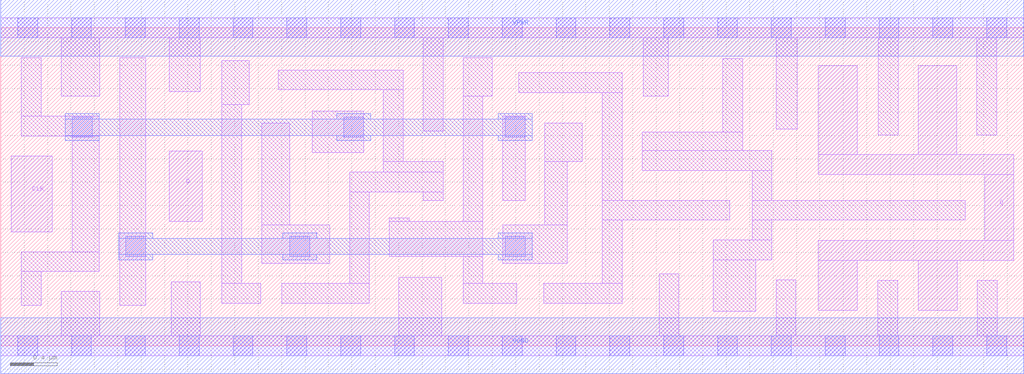
<source format=lef>
# Copyright 2020 The SkyWater PDK Authors
#
# Licensed under the Apache License, Version 2.0 (the "License");
# you may not use this file except in compliance with the License.
# You may obtain a copy of the License at
#
#     https://www.apache.org/licenses/LICENSE-2.0
#
# Unless required by applicable law or agreed to in writing, software
# distributed under the License is distributed on an "AS IS" BASIS,
# WITHOUT WARRANTIES OR CONDITIONS OF ANY KIND, either express or implied.
# See the License for the specific language governing permissions and
# limitations under the License.
#
# SPDX-License-Identifier: Apache-2.0

VERSION 5.7 ;
  NAMESCASESENSITIVE ON ;
  NOWIREEXTENSIONATPIN ON ;
  DIVIDERCHAR "/" ;
  BUSBITCHARS "[]" ;
UNITS
  DATABASE MICRONS 200 ;
END UNITS
MACRO sky130_fd_sc_hd__dfxtp_4
  CLASS CORE ;
  SOURCE USER ;
  FOREIGN sky130_fd_sc_hd__dfxtp_4 ;
  ORIGIN  0.000000  0.000000 ;
  SIZE  8.740000 BY  2.720000 ;
  SYMMETRY X Y R90 ;
  SITE unithd ;
  PIN D
    ANTENNAGATEAREA  0.126000 ;
    DIRECTION INPUT ;
    USE SIGNAL ;
    PORT
      LAYER li1 ;
        RECT 1.440000 1.065000 1.720000 1.665000 ;
    END
  END D
  PIN Q
    ANTENNADIFFAREA  0.891000 ;
    DIRECTION OUTPUT ;
    USE SIGNAL ;
    PORT
      LAYER li1 ;
        RECT 6.985000 0.305000 7.320000 0.730000 ;
        RECT 6.985000 0.730000 8.655000 0.900000 ;
        RECT 6.985000 1.465000 8.655000 1.635000 ;
        RECT 6.985000 1.635000 7.320000 2.395000 ;
        RECT 7.840000 0.305000 8.175000 0.730000 ;
        RECT 7.840000 1.635000 8.170000 2.395000 ;
        RECT 8.410000 0.900000 8.655000 1.465000 ;
    END
  END Q
  PIN CLK
    ANTENNAGATEAREA  0.159000 ;
    DIRECTION INPUT ;
    USE CLOCK ;
    PORT
      LAYER li1 ;
        RECT 0.090000 0.975000 0.440000 1.625000 ;
    END
  END CLK
  PIN VGND
    DIRECTION INOUT ;
    SHAPE ABUTMENT ;
    USE GROUND ;
    PORT
      LAYER met1 ;
        RECT 0.000000 -0.240000 8.740000 0.240000 ;
    END
  END VGND
  PIN VPWR
    DIRECTION INOUT ;
    SHAPE ABUTMENT ;
    USE POWER ;
    PORT
      LAYER met1 ;
        RECT 0.000000 2.480000 8.740000 2.960000 ;
    END
  END VPWR
  OBS
    LAYER li1 ;
      RECT 0.000000 -0.085000 8.740000 0.085000 ;
      RECT 0.000000  2.635000 8.740000 2.805000 ;
      RECT 0.175000  0.345000 0.345000 0.635000 ;
      RECT 0.175000  0.635000 0.840000 0.805000 ;
      RECT 0.175000  1.795000 0.840000 1.965000 ;
      RECT 0.175000  1.965000 0.345000 2.465000 ;
      RECT 0.515000  0.085000 0.845000 0.465000 ;
      RECT 0.515000  2.135000 0.845000 2.635000 ;
      RECT 0.610000  0.805000 0.840000 1.795000 ;
      RECT 1.015000  0.345000 1.240000 2.465000 ;
      RECT 1.440000  2.175000 1.705000 2.635000 ;
      RECT 1.455000  0.085000 1.705000 0.545000 ;
      RECT 1.890000  0.365000 2.220000 0.535000 ;
      RECT 1.890000  0.535000 2.060000 2.065000 ;
      RECT 1.890000  2.065000 2.125000 2.440000 ;
      RECT 2.230000  0.705000 2.810000 1.035000 ;
      RECT 2.230000  1.035000 2.470000 1.905000 ;
      RECT 2.370000  2.190000 3.440000 2.360000 ;
      RECT 2.400000  0.365000 3.150000 0.535000 ;
      RECT 2.660000  1.655000 3.100000 2.010000 ;
      RECT 2.980000  0.535000 3.150000 1.315000 ;
      RECT 2.980000  1.315000 3.780000 1.485000 ;
      RECT 3.270000  1.485000 3.780000 1.575000 ;
      RECT 3.270000  1.575000 3.440000 2.190000 ;
      RECT 3.320000  0.765000 4.120000 1.065000 ;
      RECT 3.320000  1.065000 3.490000 1.095000 ;
      RECT 3.400000  0.085000 3.770000 0.585000 ;
      RECT 3.610000  1.245000 3.780000 1.315000 ;
      RECT 3.610000  1.835000 3.780000 2.635000 ;
      RECT 3.950000  0.365000 4.410000 0.535000 ;
      RECT 3.950000  0.535000 4.120000 0.765000 ;
      RECT 3.950000  1.065000 4.120000 2.135000 ;
      RECT 3.950000  2.135000 4.200000 2.465000 ;
      RECT 4.290000  0.705000 4.840000 1.035000 ;
      RECT 4.290000  1.245000 4.480000 1.965000 ;
      RECT 4.425000  2.165000 5.310000 2.335000 ;
      RECT 4.640000  0.365000 5.310000 0.535000 ;
      RECT 4.650000  1.035000 4.840000 1.575000 ;
      RECT 4.650000  1.575000 4.970000 1.905000 ;
      RECT 5.140000  0.535000 5.310000 1.075000 ;
      RECT 5.140000  1.075000 6.230000 1.245000 ;
      RECT 5.140000  1.245000 5.310000 2.165000 ;
      RECT 5.480000  1.500000 6.590000 1.670000 ;
      RECT 5.480000  1.670000 6.340000 1.830000 ;
      RECT 5.490000  2.135000 5.705000 2.635000 ;
      RECT 5.625000  0.085000 5.795000 0.615000 ;
      RECT 6.090000  0.295000 6.450000 0.735000 ;
      RECT 6.090000  0.735000 6.590000 0.905000 ;
      RECT 6.170000  1.830000 6.340000 2.455000 ;
      RECT 6.420000  0.905000 6.590000 1.075000 ;
      RECT 6.420000  1.075000 8.240000 1.245000 ;
      RECT 6.420000  1.245000 6.590000 1.500000 ;
      RECT 6.625000  0.085000 6.795000 0.565000 ;
      RECT 6.625000  1.855000 6.805000 2.635000 ;
      RECT 7.495000  0.085000 7.665000 0.560000 ;
      RECT 7.500000  1.805000 7.670000 2.635000 ;
      RECT 8.340000  1.805000 8.510000 2.635000 ;
      RECT 8.345000  0.085000 8.515000 0.560000 ;
    LAYER mcon ;
      RECT 0.145000 -0.085000 0.315000 0.085000 ;
      RECT 0.145000  2.635000 0.315000 2.805000 ;
      RECT 0.605000 -0.085000 0.775000 0.085000 ;
      RECT 0.605000  2.635000 0.775000 2.805000 ;
      RECT 0.610000  1.785000 0.780000 1.955000 ;
      RECT 1.065000 -0.085000 1.235000 0.085000 ;
      RECT 1.065000  2.635000 1.235000 2.805000 ;
      RECT 1.070000  0.765000 1.240000 0.935000 ;
      RECT 1.525000 -0.085000 1.695000 0.085000 ;
      RECT 1.525000  2.635000 1.695000 2.805000 ;
      RECT 1.985000 -0.085000 2.155000 0.085000 ;
      RECT 1.985000  2.635000 2.155000 2.805000 ;
      RECT 2.445000 -0.085000 2.615000 0.085000 ;
      RECT 2.445000  2.635000 2.615000 2.805000 ;
      RECT 2.470000  0.765000 2.640000 0.935000 ;
      RECT 2.905000 -0.085000 3.075000 0.085000 ;
      RECT 2.905000  2.635000 3.075000 2.805000 ;
      RECT 2.930000  1.785000 3.100000 1.955000 ;
      RECT 3.365000 -0.085000 3.535000 0.085000 ;
      RECT 3.365000  2.635000 3.535000 2.805000 ;
      RECT 3.825000 -0.085000 3.995000 0.085000 ;
      RECT 3.825000  2.635000 3.995000 2.805000 ;
      RECT 4.285000 -0.085000 4.455000 0.085000 ;
      RECT 4.285000  2.635000 4.455000 2.805000 ;
      RECT 4.310000  0.765000 4.480000 0.935000 ;
      RECT 4.310000  1.785000 4.480000 1.955000 ;
      RECT 4.745000 -0.085000 4.915000 0.085000 ;
      RECT 4.745000  2.635000 4.915000 2.805000 ;
      RECT 5.205000 -0.085000 5.375000 0.085000 ;
      RECT 5.205000  2.635000 5.375000 2.805000 ;
      RECT 5.665000 -0.085000 5.835000 0.085000 ;
      RECT 5.665000  2.635000 5.835000 2.805000 ;
      RECT 6.125000 -0.085000 6.295000 0.085000 ;
      RECT 6.125000  2.635000 6.295000 2.805000 ;
      RECT 6.585000 -0.085000 6.755000 0.085000 ;
      RECT 6.585000  2.635000 6.755000 2.805000 ;
      RECT 7.045000 -0.085000 7.215000 0.085000 ;
      RECT 7.045000  2.635000 7.215000 2.805000 ;
      RECT 7.505000 -0.085000 7.675000 0.085000 ;
      RECT 7.505000  2.635000 7.675000 2.805000 ;
      RECT 7.965000 -0.085000 8.135000 0.085000 ;
      RECT 7.965000  2.635000 8.135000 2.805000 ;
      RECT 8.425000 -0.085000 8.595000 0.085000 ;
      RECT 8.425000  2.635000 8.595000 2.805000 ;
    LAYER met1 ;
      RECT 0.550000 1.755000 0.840000 1.800000 ;
      RECT 0.550000 1.800000 4.540000 1.940000 ;
      RECT 0.550000 1.940000 0.840000 1.985000 ;
      RECT 1.010000 0.735000 1.300000 0.780000 ;
      RECT 1.010000 0.780000 4.540000 0.920000 ;
      RECT 1.010000 0.920000 1.300000 0.965000 ;
      RECT 2.410000 0.735000 2.700000 0.780000 ;
      RECT 2.410000 0.920000 2.700000 0.965000 ;
      RECT 2.870000 1.755000 3.160000 1.800000 ;
      RECT 2.870000 1.940000 3.160000 1.985000 ;
      RECT 4.250000 0.735000 4.540000 0.780000 ;
      RECT 4.250000 0.920000 4.540000 0.965000 ;
      RECT 4.250000 1.755000 4.540000 1.800000 ;
      RECT 4.250000 1.940000 4.540000 1.985000 ;
  END
END sky130_fd_sc_hd__dfxtp_4
END LIBRARY

</source>
